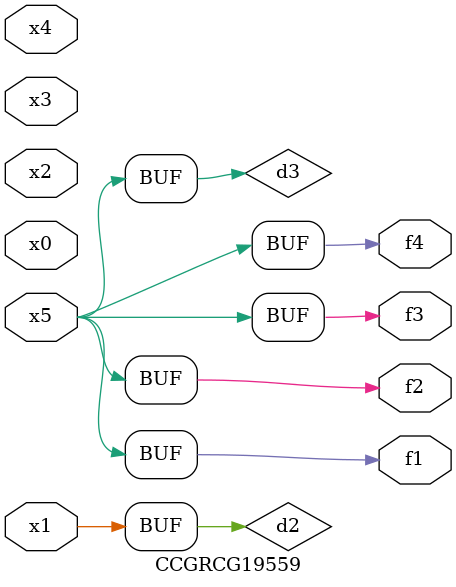
<source format=v>
module CCGRCG19559(
	input x0, x1, x2, x3, x4, x5,
	output f1, f2, f3, f4
);

	wire d1, d2, d3;

	not (d1, x5);
	or (d2, x1);
	xnor (d3, d1);
	assign f1 = d3;
	assign f2 = d3;
	assign f3 = d3;
	assign f4 = d3;
endmodule

</source>
